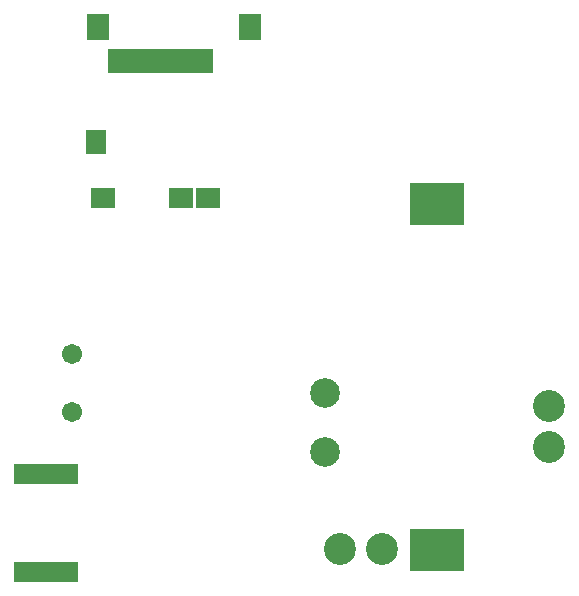
<source format=gbs>
G04 (created by PCBNEW-RS274X (2012-01-19 BZR 3256)-stable) date Mon 27 Feb 2012 04:05:37 GMT*
G01*
G70*
G90*
%MOIN*%
G04 Gerber Fmt 3.4, Leading zero omitted, Abs format*
%FSLAX34Y34*%
G04 APERTURE LIST*
%ADD10C,0.006000*%
%ADD11R,0.216900X0.067200*%
%ADD12C,0.098700*%
%ADD13C,0.067200*%
%ADD14C,0.106600*%
%ADD15R,0.051500X0.079100*%
%ADD16R,0.075100X0.086900*%
%ADD17R,0.079100X0.065300*%
%ADD18R,0.065300X0.079100*%
%ADD19R,0.180000X0.140000*%
G04 APERTURE END LIST*
G54D10*
G54D11*
X66063Y-52618D03*
X66063Y-55886D03*
G54D12*
X75354Y-51890D03*
X75354Y-49921D03*
G54D13*
X66929Y-50567D03*
X66929Y-48645D03*
G54D14*
X77244Y-55118D03*
X75866Y-55118D03*
X82835Y-51732D03*
X82835Y-50354D03*
G54D15*
X68346Y-38858D03*
X68779Y-38858D03*
X69212Y-38858D03*
X69645Y-38858D03*
X70078Y-38858D03*
X70511Y-38858D03*
X70944Y-38858D03*
X71377Y-38858D03*
G54D16*
X67775Y-37716D03*
X72854Y-37716D03*
G54D17*
X71456Y-43415D03*
X70551Y-43415D03*
X67952Y-43415D03*
G54D18*
X67726Y-41555D03*
G54D19*
X79094Y-55179D03*
X79094Y-43639D03*
M02*

</source>
